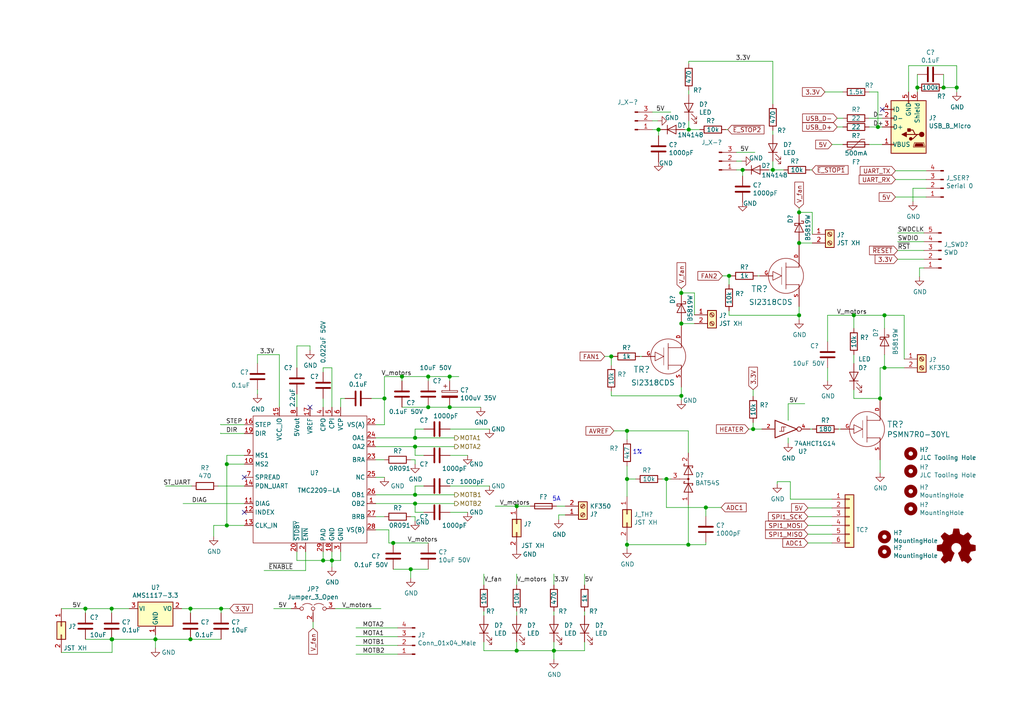
<source format=kicad_sch>
(kicad_sch (version 20210406) (generator eeschema)
  (paper "A4")
  (junction (at 24.765 176.53) (diameter 1.016))
  (junction (at 32.385 176.53) (diameter 1.016))
  (junction (at 32.385 185.42) (diameter 1.016))
  (junction (at 32.512 185.42) (diameter 1.016))
  (junction (at 45.085 185.42) (diameter 1.016))
  (junction (at 55.245 176.53) (diameter 1.016))
  (junction (at 55.245 185.42) (diameter 1.016))
  (junction (at 64.135 176.53) (diameter 1.016))
  (junction (at 65.786 134.62) (diameter 1.016))
  (junction (at 65.786 152.4) (diameter 1.016))
  (junction (at 93.726 162.56) (diameter 1.016))
  (junction (at 96.266 162.56) (diameter 1.016))
  (junction (at 111.506 115.57) (diameter 1.016))
  (junction (at 114.046 157.48) (diameter 1.016))
  (junction (at 116.586 109.22) (diameter 1.016))
  (junction (at 119.126 165.1) (diameter 1.016))
  (junction (at 120.396 127) (diameter 1.016))
  (junction (at 120.396 129.54) (diameter 1.016))
  (junction (at 120.396 143.51) (diameter 1.016))
  (junction (at 120.396 146.05) (diameter 1.016))
  (junction (at 124.206 109.22) (diameter 1.016))
  (junction (at 124.206 118.11) (diameter 1.016))
  (junction (at 130.429 109.22) (diameter 1.016))
  (junction (at 130.429 118.11) (diameter 1.016))
  (junction (at 149.86 146.812) (diameter 1.016))
  (junction (at 149.86 188.722) (diameter 1.016))
  (junction (at 160.655 188.722) (diameter 1.016))
  (junction (at 177.292 103.378) (diameter 1.016))
  (junction (at 181.864 124.968) (diameter 1.016))
  (junction (at 181.864 138.938) (diameter 1.016))
  (junction (at 181.864 157.988) (diameter 1.016))
  (junction (at 191.008 37.592) (diameter 1.016))
  (junction (at 193.294 138.938) (diameter 1.016))
  (junction (at 197.612 84.963) (diameter 1.016))
  (junction (at 197.612 93.853) (diameter 1.016))
  (junction (at 197.612 114.808) (diameter 1.016))
  (junction (at 199.644 157.988) (diameter 1.016))
  (junction (at 199.771 37.592) (diameter 1.016))
  (junction (at 204.724 147.193) (diameter 1.016))
  (junction (at 211.455 80.01) (diameter 1.016))
  (junction (at 215.392 49.276) (diameter 1.016))
  (junction (at 218.44 124.46) (diameter 1.016))
  (junction (at 224.155 49.276) (diameter 1.016))
  (junction (at 231.775 61.595) (diameter 1.016))
  (junction (at 231.775 70.485) (diameter 1.016))
  (junction (at 231.775 91.44) (diameter 1.016))
  (junction (at 247.65 91.44) (diameter 1.016))
  (junction (at 254.635 36.83) (diameter 1.016))
  (junction (at 255.27 115.57) (diameter 1.016))
  (junction (at 256.54 91.44) (diameter 1.016))
  (junction (at 256.54 106.68) (diameter 1.016))
  (junction (at 266.065 25.4) (diameter 1.016))
  (junction (at 273.685 25.4) (diameter 1.016))
  (junction (at 277.495 25.4) (diameter 1.016))
  (no_connect (at 70.866 138.43))
  (no_connect (at 70.866 148.59))
  (no_connect (at 89.916 118.11))
  (no_connect (at 255.905 31.75))
  (wire (pts (xy 17.78 176.53) (xy 24.765 176.53)))
  (wire (pts (xy 17.78 189.23) (xy 32.512 189.23)))
  (wire (pts (xy 24.765 177.8) (xy 24.765 176.53)))
  (wire (pts (xy 24.765 185.42) (xy 32.385 185.42)))
  (wire (pts (xy 32.385 176.53) (xy 24.765 176.53)))
  (wire (pts (xy 32.385 177.8) (xy 32.385 176.53)))
  (wire (pts (xy 32.385 185.42) (xy 32.512 185.42)))
  (wire (pts (xy 32.512 185.42) (xy 45.085 185.42)))
  (wire (pts (xy 32.512 189.23) (xy 32.512 185.42)))
  (wire (pts (xy 37.465 176.53) (xy 32.385 176.53)))
  (wire (pts (xy 45.085 185.42) (xy 45.085 184.15)))
  (wire (pts (xy 45.085 185.42) (xy 55.245 185.42)))
  (wire (pts (xy 45.085 187.96) (xy 45.085 185.42)))
  (wire (pts (xy 48.006 140.97) (xy 55.626 140.97)))
  (wire (pts (xy 52.705 176.53) (xy 55.245 176.53)))
  (wire (pts (xy 53.086 146.05) (xy 70.866 146.05)))
  (wire (pts (xy 55.245 176.53) (xy 64.135 176.53)))
  (wire (pts (xy 55.245 177.8) (xy 55.245 176.53)))
  (wire (pts (xy 55.245 185.42) (xy 64.135 185.42)))
  (wire (pts (xy 61.976 152.4) (xy 61.976 155.575)))
  (wire (pts (xy 61.976 152.4) (xy 65.786 152.4)))
  (wire (pts (xy 63.246 140.97) (xy 70.866 140.97)))
  (wire (pts (xy 63.9827 125.603) (xy 63.9827 125.73)))
  (wire (pts (xy 64.008 123.063) (xy 64.008 123.19)))
  (wire (pts (xy 64.135 177.8) (xy 64.135 176.53)))
  (wire (pts (xy 65.786 132.08) (xy 65.786 134.62)))
  (wire (pts (xy 65.786 134.62) (xy 65.786 152.4)))
  (wire (pts (xy 65.786 134.62) (xy 70.866 134.62)))
  (wire (pts (xy 65.786 152.4) (xy 70.866 152.4)))
  (wire (pts (xy 66.675 176.53) (xy 64.135 176.53)))
  (wire (pts (xy 70.866 123.19) (xy 64.008 123.19)))
  (wire (pts (xy 70.866 125.73) (xy 63.9827 125.73)))
  (wire (pts (xy 70.866 132.08) (xy 65.786 132.08)))
  (wire (pts (xy 74.676 102.87) (xy 81.026 102.87)))
  (wire (pts (xy 74.676 105.41) (xy 74.676 102.87)))
  (wire (pts (xy 74.676 113.03) (xy 74.676 114.3)))
  (wire (pts (xy 81.026 102.87) (xy 81.026 118.11)))
  (wire (pts (xy 84.455 176.53) (xy 79.375 176.53)))
  (wire (pts (xy 86.106 100.33) (xy 86.106 106.68)))
  (wire (pts (xy 86.106 114.3) (xy 86.106 118.11)))
  (wire (pts (xy 86.106 160.02) (xy 86.106 162.56)))
  (wire (pts (xy 86.106 162.56) (xy 93.726 162.56)))
  (wire (pts (xy 88.646 160.02) (xy 88.646 165.481)))
  (wire (pts (xy 88.646 165.481) (xy 76.581 165.481)))
  (wire (pts (xy 89.916 100.33) (xy 86.106 100.33)))
  (wire (pts (xy 89.916 101.6) (xy 89.916 100.33)))
  (wire (pts (xy 90.805 182.245) (xy 90.805 180.34)))
  (wire (pts (xy 93.726 106.68) (xy 93.726 107.95)))
  (wire (pts (xy 93.726 115.57) (xy 93.726 118.11)))
  (wire (pts (xy 93.726 162.56) (xy 93.726 160.02)))
  (wire (pts (xy 96.266 106.68) (xy 93.726 106.68)))
  (wire (pts (xy 96.266 118.11) (xy 96.266 106.68)))
  (wire (pts (xy 96.266 160.02) (xy 96.266 162.56)))
  (wire (pts (xy 96.266 162.56) (xy 93.726 162.56)))
  (wire (pts (xy 96.266 162.56) (xy 96.266 164.465)))
  (wire (pts (xy 97.155 176.53) (xy 110.49 176.53)))
  (wire (pts (xy 98.806 115.57) (xy 98.806 118.11)))
  (wire (pts (xy 98.806 160.02) (xy 98.806 162.56)))
  (wire (pts (xy 98.806 162.56) (xy 96.266 162.56)))
  (wire (pts (xy 100.076 115.57) (xy 98.806 115.57)))
  (wire (pts (xy 107.696 115.57) (xy 111.506 115.57)))
  (wire (pts (xy 108.966 127) (xy 120.396 127)))
  (wire (pts (xy 108.966 153.67) (xy 112.776 153.67)))
  (wire (pts (xy 111.506 109.22) (xy 111.506 115.57)))
  (wire (pts (xy 111.506 109.22) (xy 116.586 109.22)))
  (wire (pts (xy 111.506 115.57) (xy 111.506 123.19)))
  (wire (pts (xy 111.506 123.19) (xy 108.966 123.19)))
  (wire (pts (xy 111.506 133.35) (xy 108.966 133.35)))
  (wire (pts (xy 111.506 138.43) (xy 108.966 138.43)))
  (wire (pts (xy 111.506 149.86) (xy 108.966 149.86)))
  (wire (pts (xy 112.776 153.67) (xy 112.776 157.48)))
  (wire (pts (xy 112.776 157.48) (xy 114.046 157.48)))
  (wire (pts (xy 114.046 165.1) (xy 119.126 165.1)))
  (wire (pts (xy 115.316 182.118) (xy 103.251 182.118)))
  (wire (pts (xy 115.316 184.658) (xy 103.251 184.658)))
  (wire (pts (xy 115.316 187.198) (xy 103.251 187.198)))
  (wire (pts (xy 115.316 189.738) (xy 103.251 189.738)))
  (wire (pts (xy 116.586 109.22) (xy 124.206 109.22)))
  (wire (pts (xy 116.586 110.49) (xy 116.586 109.22)))
  (wire (pts (xy 119.126 165.1) (xy 119.126 167.64)))
  (wire (pts (xy 120.396 124.46) (xy 120.396 127)))
  (wire (pts (xy 120.396 127) (xy 131.826 127)))
  (wire (pts (xy 120.396 129.54) (xy 108.966 129.54)))
  (wire (pts (xy 120.396 132.08) (xy 120.396 129.54)))
  (wire (pts (xy 120.396 133.35) (xy 119.126 133.35)))
  (wire (pts (xy 120.396 134.62) (xy 120.396 133.35)))
  (wire (pts (xy 120.396 140.97) (xy 120.396 143.51)))
  (wire (pts (xy 120.396 143.51) (xy 108.966 143.51)))
  (wire (pts (xy 120.396 146.05) (xy 108.966 146.05)))
  (wire (pts (xy 120.396 148.59) (xy 120.396 146.05)))
  (wire (pts (xy 120.396 149.86) (xy 119.126 149.86)))
  (wire (pts (xy 120.396 151.13) (xy 120.396 149.86)))
  (wire (pts (xy 122.936 124.46) (xy 120.396 124.46)))
  (wire (pts (xy 122.936 132.08) (xy 120.396 132.08)))
  (wire (pts (xy 122.936 140.97) (xy 120.396 140.97)))
  (wire (pts (xy 122.936 148.59) (xy 120.396 148.59)))
  (wire (pts (xy 124.206 109.22) (xy 130.429 109.22)))
  (wire (pts (xy 124.206 110.49) (xy 124.206 109.22)))
  (wire (pts (xy 124.206 118.11) (xy 116.586 118.11)))
  (wire (pts (xy 124.206 118.11) (xy 130.429 118.11)))
  (wire (pts (xy 124.206 157.48) (xy 114.046 157.48)))
  (wire (pts (xy 124.206 165.1) (xy 119.126 165.1)))
  (wire (pts (xy 130.429 109.22) (xy 133.096 109.22)))
  (wire (pts (xy 130.429 110.49) (xy 130.429 109.22)))
  (wire (pts (xy 130.429 118.11) (xy 139.446 118.11)))
  (wire (pts (xy 131.826 129.54) (xy 120.396 129.54)))
  (wire (pts (xy 131.826 143.51) (xy 120.396 143.51)))
  (wire (pts (xy 131.826 146.05) (xy 120.396 146.05)))
  (wire (pts (xy 135.636 132.08) (xy 130.556 132.08)))
  (wire (pts (xy 135.636 148.59) (xy 130.556 148.59)))
  (wire (pts (xy 140.335 169.672) (xy 140.335 166.497)))
  (wire (pts (xy 140.335 177.292) (xy 140.335 178.562)))
  (wire (pts (xy 140.335 186.182) (xy 140.335 188.722)))
  (wire (pts (xy 140.335 188.722) (xy 149.86 188.722)))
  (wire (pts (xy 141.986 124.46) (xy 130.556 124.46)))
  (wire (pts (xy 141.986 140.97) (xy 130.556 140.97)))
  (wire (pts (xy 143.637 146.812) (xy 149.86 146.812)))
  (wire (pts (xy 149.86 146.812) (xy 153.797 146.812)))
  (wire (pts (xy 149.86 169.672) (xy 149.86 166.497)))
  (wire (pts (xy 149.86 177.292) (xy 149.86 178.562)))
  (wire (pts (xy 149.86 188.722) (xy 149.86 186.182)))
  (wire (pts (xy 149.86 188.722) (xy 160.655 188.722)))
  (wire (pts (xy 160.655 169.672) (xy 160.655 166.497)))
  (wire (pts (xy 160.655 177.292) (xy 160.655 178.562)))
  (wire (pts (xy 160.655 186.182) (xy 160.655 188.722)))
  (wire (pts (xy 160.655 188.722) (xy 160.655 191.262)))
  (wire (pts (xy 161.417 146.812) (xy 163.957 146.812)))
  (wire (pts (xy 162.052 149.352) (xy 162.052 150.622)))
  (wire (pts (xy 163.957 149.352) (xy 162.052 149.352)))
  (wire (pts (xy 169.545 169.672) (xy 169.545 166.497)))
  (wire (pts (xy 169.545 177.292) (xy 169.545 178.562)))
  (wire (pts (xy 169.545 188.722) (xy 160.655 188.722)))
  (wire (pts (xy 169.545 188.722) (xy 169.545 186.182)))
  (wire (pts (xy 175.387 103.378) (xy 177.292 103.378)))
  (wire (pts (xy 177.292 103.378) (xy 177.927 103.378)))
  (wire (pts (xy 177.292 105.918) (xy 177.292 103.378)))
  (wire (pts (xy 177.292 113.538) (xy 177.292 114.808)))
  (wire (pts (xy 177.292 114.808) (xy 197.612 114.808)))
  (wire (pts (xy 181.864 124.968) (xy 178.054 124.968)))
  (wire (pts (xy 181.864 127.508) (xy 181.864 124.968)))
  (wire (pts (xy 181.864 135.128) (xy 181.864 138.938)))
  (wire (pts (xy 181.864 138.938) (xy 181.864 144.018)))
  (wire (pts (xy 181.864 156.718) (xy 181.864 157.988)))
  (wire (pts (xy 181.864 157.988) (xy 181.864 159.258)))
  (wire (pts (xy 184.404 138.938) (xy 181.864 138.938)))
  (wire (pts (xy 186.182 103.378) (xy 185.547 103.378)))
  (wire (pts (xy 189.23 32.512) (xy 194.564 32.512)))
  (wire (pts (xy 189.23 35.052) (xy 190.754 35.052)))
  (wire (pts (xy 189.23 37.592) (xy 191.008 37.592)))
  (wire (pts (xy 191.008 37.592) (xy 191.008 39.37)))
  (wire (pts (xy 193.294 138.938) (xy 192.024 138.938)))
  (wire (pts (xy 193.294 147.193) (xy 193.294 138.938)))
  (wire (pts (xy 194.564 138.938) (xy 193.294 138.938)))
  (wire (pts (xy 197.612 83.693) (xy 197.612 84.963)))
  (wire (pts (xy 197.612 84.963) (xy 197.612 85.598)))
  (wire (pts (xy 197.612 93.218) (xy 197.612 93.853)))
  (wire (pts (xy 197.612 93.853) (xy 197.612 94.488)))
  (wire (pts (xy 197.612 112.268) (xy 197.612 114.808)))
  (wire (pts (xy 197.612 114.808) (xy 197.612 116.078)))
  (wire (pts (xy 198.628 37.592) (xy 199.771 37.592)))
  (wire (pts (xy 199.644 124.968) (xy 181.864 124.968)))
  (wire (pts (xy 199.644 131.318) (xy 199.644 124.968)))
  (wire (pts (xy 199.644 146.558) (xy 199.644 157.988)))
  (wire (pts (xy 199.644 157.988) (xy 181.864 157.988)))
  (wire (pts (xy 199.7667 17.78) (xy 224.1507 17.78)))
  (wire (pts (xy 199.7667 18.5403) (xy 199.7667 17.78)))
  (wire (pts (xy 199.7667 26.1603) (xy 199.7667 27.432)))
  (wire (pts (xy 199.7667 27.432) (xy 199.771 27.432)))
  (wire (pts (xy 199.771 35.052) (xy 199.771 37.592)))
  (wire (pts (xy 199.771 37.592) (xy 202.946 37.592)))
  (wire (pts (xy 201.422 84.963) (xy 197.612 84.963)))
  (wire (pts (xy 201.422 91.313) (xy 201.422 84.963)))
  (wire (pts (xy 201.422 93.853) (xy 197.612 93.853)))
  (wire (pts (xy 204.724 147.193) (xy 193.294 147.193)))
  (wire (pts (xy 204.724 147.193) (xy 209.169 147.193)))
  (wire (pts (xy 204.724 149.733) (xy 204.724 147.193)))
  (wire (pts (xy 204.724 157.353) (xy 204.724 157.988)))
  (wire (pts (xy 204.724 157.988) (xy 199.644 157.988)))
  (wire (pts (xy 209.55 80.01) (xy 211.455 80.01)))
  (wire (pts (xy 210.566 37.592) (xy 211.074 37.592)))
  (wire (pts (xy 211.455 80.01) (xy 212.09 80.01)))
  (wire (pts (xy 211.455 82.55) (xy 211.455 80.01)))
  (wire (pts (xy 211.455 90.17) (xy 211.455 91.44)))
  (wire (pts (xy 211.455 91.44) (xy 231.775 91.44)))
  (wire (pts (xy 213.614 44.196) (xy 218.948 44.196)))
  (wire (pts (xy 213.614 46.736) (xy 215.138 46.736)))
  (wire (pts (xy 213.614 49.276) (xy 215.392 49.276)))
  (wire (pts (xy 215.392 49.276) (xy 215.392 51.054)))
  (wire (pts (xy 217.17 124.46) (xy 218.44 124.46)))
  (wire (pts (xy 218.44 114.935) (xy 218.44 113.03)))
  (wire (pts (xy 218.44 122.555) (xy 218.44 124.46)))
  (wire (pts (xy 218.44 124.46) (xy 220.98 124.46)))
  (wire (pts (xy 220.345 80.01) (xy 219.71 80.01)))
  (wire (pts (xy 223.012 49.276) (xy 224.155 49.276)))
  (wire (pts (xy 224.1507 17.78) (xy 224.1507 30.2243)))
  (wire (pts (xy 224.1507 37.8443) (xy 224.1507 39.116)))
  (wire (pts (xy 224.1507 39.116) (xy 224.155 39.116)))
  (wire (pts (xy 224.155 46.736) (xy 224.155 49.276)))
  (wire (pts (xy 224.155 49.276) (xy 227.33 49.276)))
  (wire (pts (xy 225.425 139.7) (xy 225.425 140.335)))
  (wire (pts (xy 228.6 117.094) (xy 233.426 117.094)))
  (wire (pts (xy 228.6 121.92) (xy 228.6 117.094)))
  (wire (pts (xy 228.6 127) (xy 228.6 128.524)))
  (wire (pts (xy 229.235 139.7) (xy 225.425 139.7)))
  (wire (pts (xy 229.235 144.78) (xy 229.235 139.7)))
  (wire (pts (xy 229.235 144.78) (xy 241.3 144.78)))
  (wire (pts (xy 231.775 60.325) (xy 231.775 61.595)))
  (wire (pts (xy 231.775 61.595) (xy 231.775 62.23)))
  (wire (pts (xy 231.775 69.85) (xy 231.775 70.485)))
  (wire (pts (xy 231.775 70.485) (xy 231.775 71.12)))
  (wire (pts (xy 231.775 88.9) (xy 231.775 91.44)))
  (wire (pts (xy 231.775 91.44) (xy 231.775 92.71)))
  (wire (pts (xy 234.315 147.32) (xy 241.3 147.32)))
  (wire (pts (xy 234.315 149.86) (xy 241.3 149.86)))
  (wire (pts (xy 234.315 152.4) (xy 241.3 152.4)))
  (wire (pts (xy 234.315 154.94) (xy 241.3 154.94)))
  (wire (pts (xy 234.315 157.48) (xy 241.3 157.48)))
  (wire (pts (xy 234.95 49.276) (xy 235.458 49.276)))
  (wire (pts (xy 234.95 124.46) (xy 235.585 124.46)))
  (wire (pts (xy 235.585 61.595) (xy 231.775 61.595)))
  (wire (pts (xy 235.585 67.945) (xy 235.585 61.595)))
  (wire (pts (xy 235.585 70.485) (xy 231.775 70.485)))
  (wire (pts (xy 240.03 91.44) (xy 247.65 91.44)))
  (wire (pts (xy 240.03 99.06) (xy 240.03 91.44)))
  (wire (pts (xy 240.03 106.68) (xy 240.03 110.49)))
  (wire (pts (xy 241.3 41.91) (xy 244.475 41.91)))
  (wire (pts (xy 243.205 124.46) (xy 243.84 124.46)))
  (wire (pts (xy 244.475 26.67) (xy 239.268 26.67)))
  (wire (pts (xy 244.475 34.29) (xy 242.824 34.29)))
  (wire (pts (xy 244.475 36.83) (xy 242.824 36.83)))
  (wire (pts (xy 247.65 91.44) (xy 256.54 91.44)))
  (wire (pts (xy 247.65 95.25) (xy 247.65 91.44)))
  (wire (pts (xy 247.65 102.87) (xy 247.65 105.41)))
  (wire (pts (xy 247.65 113.03) (xy 247.65 115.57)))
  (wire (pts (xy 247.65 115.57) (xy 255.27 115.57)))
  (wire (pts (xy 252.095 26.67) (xy 254.635 26.67)))
  (wire (pts (xy 252.095 34.29) (xy 255.905 34.29)))
  (wire (pts (xy 252.095 36.83) (xy 254.635 36.83)))
  (wire (pts (xy 252.095 41.91) (xy 255.905 41.91)))
  (wire (pts (xy 254.635 26.67) (xy 254.635 36.83)))
  (wire (pts (xy 254.635 36.83) (xy 255.905 36.83)))
  (wire (pts (xy 255.27 115.57) (xy 255.27 106.68)))
  (wire (pts (xy 255.27 133.35) (xy 255.27 137.16)))
  (wire (pts (xy 256.54 91.44) (xy 262.255 91.44)))
  (wire (pts (xy 256.54 95.25) (xy 256.54 91.44)))
  (wire (pts (xy 256.54 102.87) (xy 256.54 106.68)))
  (wire (pts (xy 256.54 106.68) (xy 255.27 106.68)))
  (wire (pts (xy 256.54 106.68) (xy 262.255 106.68)))
  (wire (pts (xy 262.255 104.14) (xy 262.255 91.44)))
  (wire (pts (xy 263.525 19.05) (xy 277.495 19.05)))
  (wire (pts (xy 263.525 26.67) (xy 263.525 19.05)))
  (wire (pts (xy 264.795 54.61) (xy 264.795 58.42)))
  (wire (pts (xy 266.065 25.4) (xy 266.065 21.59)))
  (wire (pts (xy 266.065 26.67) (xy 266.065 25.4)))
  (wire (pts (xy 266.7 77.724) (xy 266.7 80.264)))
  (wire (pts (xy 267.97 67.564) (xy 260.35 67.564)))
  (wire (pts (xy 267.97 70.104) (xy 260.35 70.104)))
  (wire (pts (xy 267.97 72.644) (xy 260.35 72.644)))
  (wire (pts (xy 267.97 75.184) (xy 260.35 75.184)))
  (wire (pts (xy 267.97 77.724) (xy 266.7 77.724)))
  (wire (pts (xy 268.605 49.53) (xy 259.715 49.53)))
  (wire (pts (xy 268.605 52.07) (xy 259.715 52.07)))
  (wire (pts (xy 268.605 54.61) (xy 264.795 54.61)))
  (wire (pts (xy 268.605 57.15) (xy 259.715 57.15)))
  (wire (pts (xy 273.685 21.59) (xy 273.685 25.4)))
  (wire (pts (xy 273.685 25.4) (xy 277.495 25.4)))
  (wire (pts (xy 277.495 19.05) (xy 277.495 25.4)))
  (wire (pts (xy 277.495 25.4) (xy 277.495 26.67)))
  (text "5A" (at 160.147 145.542 0) (effects (font (size 1.27 1.27)) (justify left bottom)))
  (text "1%" (at 186.309 131.953 180) (effects (font (size 1.27 1.27)) (justify right bottom)))
  (label "5V" (at 20.955 176.53 0))
  (label "ST_UART" (at 55.3382 140.97 180))
  (label "DIAG" (at 55.626 146.05 0))
  (label "STEP" (at 65.5225 123.19 0))
  (label "DIR" (at 65.5554 125.73 0))
  (label "3.3V" (at 75.311 102.87 0))
  (label "~ENABLE" (at 77.851 165.481 0))
  (label "5V" (at 83.185 176.53 180))
  (label "MOTA2" (at 105.156 182.118 0))
  (label "MOTA1" (at 105.156 184.658 0))
  (label "MOTB1" (at 105.156 187.198 0))
  (label "MOTB2" (at 105.156 189.738 0))
  (label "V_motors" (at 107.95 176.53 180))
  (label "V_motors" (at 119.38 109.22 180))
  (label "V_motors" (at 126.9708 157.48 180))
  (label "V_fan" (at 140.335 169.037 0))
  (label "V_motors" (at 144.907 146.812 0))
  (label "V_motors" (at 149.86 169.037 0))
  (label "3.3V" (at 160.655 169.037 0))
  (label "5V" (at 169.545 169.037 0))
  (label "5V" (at 192.786 32.512 180))
  (label "5V" (at 217.17 44.196 180))
  (label "3.3V" (at 217.678 17.78 180))
  (label "5V" (at 231.394 117.094 180))
  (label "V_motors" (at 251.46 91.44 180))
  (label "D-" (at 253.238 34.29 0))
  (label "D+" (at 253.238 36.83 0))
  (label "SWDCLK" (at 260.35 67.564 0))
  (label "SWDIO" (at 260.35 70.104 0))
  (label "~RST" (at 260.35 72.644 0))
  (global_label "3.3V" (shape input) (at 66.675 176.53 0) (property "Intersheet References" "${INTERSHEET_REFS}" (effects hide)))
  (global_label "V_fan" (shape input) (at 90.805 182.245 270) (property "Intersheet References" "${INTERSHEET_REFS}" (effects hide)))
  (global_label "FAN1" (shape input) (at 175.387 103.378 180) (property "Intersheet References" "${INTERSHEET_REFS}" (effects hide)))
  (global_label "AVREF" (shape input) (at 178.054 124.968 180) (property "Intersheet References" "${INTERSHEET_REFS}" (effects hide)))
  (global_label "V_fan" (shape input) (at 197.612 83.693 90) (property "Intersheet References" "${INTERSHEET_REFS}" (effects hide)))
  (global_label "ADC1" (shape input) (at 209.169 147.193 0) (property "Intersheet References" "${INTERSHEET_REFS}" (effects hide)))
  (global_label "FAN2" (shape input) (at 209.55 80.01 180) (property "Intersheet References" "${INTERSHEET_REFS}" (effects hide)))
  (global_label "~E_STOP2" (shape input) (at 211.074 37.592 0) (property "Intersheet References" "${INTERSHEET_REFS}" (effects hide)))
  (global_label "HEATER" (shape input) (at 217.17 124.46 180) (property "Intersheet References" "${INTERSHEET_REFS}" (effects hide)))
  (global_label "3.3V" (shape input) (at 218.44 113.03 90) (property "Intersheet References" "${INTERSHEET_REFS}" (effects hide)))
  (global_label "V_fan" (shape input) (at 231.775 60.325 90) (property "Intersheet References" "${INTERSHEET_REFS}" (effects hide)))
  (global_label "5V" (shape input) (at 234.315 147.32 180) (property "Intersheet References" "${INTERSHEET_REFS}" (effects hide)))
  (global_label "SPI1_SCK" (shape input) (at 234.315 149.86 180) (property "Intersheet References" "${INTERSHEET_REFS}" (effects hide)))
  (global_label "SPI1_MOSI" (shape input) (at 234.315 152.4 180) (property "Intersheet References" "${INTERSHEET_REFS}" (effects hide)))
  (global_label "SPI1_MISO" (shape input) (at 234.315 154.94 180) (property "Intersheet References" "${INTERSHEET_REFS}" (effects hide)))
  (global_label "ADC1" (shape input) (at 234.315 157.48 180) (property "Intersheet References" "${INTERSHEET_REFS}" (effects hide)))
  (global_label "~E_STOP1" (shape input) (at 235.458 49.276 0) (property "Intersheet References" "${INTERSHEET_REFS}" (effects hide)))
  (global_label "3.3V" (shape input) (at 239.268 26.67 180) (property "Intersheet References" "${INTERSHEET_REFS}" (effects hide)))
  (global_label "5V" (shape input) (at 241.3 41.91 180) (property "Intersheet References" "${INTERSHEET_REFS}" (effects hide)))
  (global_label "USB_D-" (shape input) (at 242.824 34.29 180) (property "Intersheet References" "${INTERSHEET_REFS}" (effects hide)))
  (global_label "USB_D+" (shape input) (at 242.824 36.83 180) (property "Intersheet References" "${INTERSHEET_REFS}" (effects hide)))
  (global_label "UART_TX" (shape input) (at 259.715 49.53 180) (property "Intersheet References" "${INTERSHEET_REFS}" (effects hide)))
  (global_label "UART_RX" (shape input) (at 259.715 52.07 180) (property "Intersheet References" "${INTERSHEET_REFS}" (effects hide)))
  (global_label "5V" (shape input) (at 259.715 57.15 180) (property "Intersheet References" "${INTERSHEET_REFS}" (effects hide)))
  (global_label "~RESET" (shape input) (at 260.35 72.644 180) (property "Intersheet References" "${INTERSHEET_REFS}" (effects hide)))
  (global_label "3.3V" (shape input) (at 260.35 75.184 180) (property "Intersheet References" "${INTERSHEET_REFS}" (effects hide)))
  (hierarchical_label "MOTA1" (shape output) (at 131.826 127 0))
  (hierarchical_label "MOTA2" (shape output) (at 131.826 129.54 0))
  (hierarchical_label "MOTB1" (shape output) (at 131.826 143.51 0))
  (hierarchical_label "MOTB2" (shape output) (at 131.826 146.05 0))
  (symbol (lib_id "power:GND") (at 45.085 187.96 0) (unit 1)
    (property "Reference" "#PWR?" (effects hide))
    (property "Value" "GND" (at 48.895 189.23 0))
  )
  (symbol (lib_id "power:GND") (at 61.976 155.575 0) (unit 1)
    (property "Reference" "#PWR?" (effects hide))
    (property "Value" "GND" (at 62.103 159.9692 0))
  )
  (symbol (lib_id "power:GND") (at 74.676 114.3 0) (unit 1)
    (property "Reference" "#PWR?" (effects hide))
    (property "Value" "GND" (at 74.803 118.6942 0))
  )
  (symbol (lib_id "power:GND") (at 89.916 101.6 0) (unit 1)
    (property "Reference" "#PWR?" (effects hide))
    (property "Value" "GND" (at 90.043 105.9942 0))
  )
  (symbol (lib_id "power:GND") (at 96.266 164.465 0) (unit 1)
    (property "Reference" "#PWR?" (effects hide))
    (property "Value" "GND" (at 96.393 168.8592 0))
  )
  (symbol (lib_id "power:GND") (at 111.506 138.43 0) (unit 1)
    (property "Reference" "#PWR?" (effects hide))
    (property "Value" "GND" (at 115.316 140.97 0))
  )
  (symbol (lib_id "power:GND") (at 119.126 167.64 0) (unit 1)
    (property "Reference" "#PWR?" (effects hide))
    (property "Value" "GND" (at 119.253 172.0342 0))
  )
  (symbol (lib_id "power:GND") (at 120.396 134.62 0) (unit 1)
    (property "Reference" "#PWR?" (effects hide))
    (property "Value" "GND" (at 120.523 139.0142 0))
  )
  (symbol (lib_id "power:GND") (at 120.396 151.13 0) (unit 1)
    (property "Reference" "#PWR?" (effects hide))
    (property "Value" "GND" (at 122.555 151.4602 0))
  )
  (symbol (lib_id "power:GND") (at 135.636 132.08 0) (unit 1)
    (property "Reference" "#PWR?" (effects hide))
    (property "Value" "GND" (at 138.176 134.62 0))
  )
  (symbol (lib_id "power:GND") (at 135.636 148.59 0) (unit 1)
    (property "Reference" "#PWR?" (effects hide))
    (property "Value" "GND" (at 138.176 148.59 0))
  )
  (symbol (lib_id "power:GND") (at 139.446 118.11 0) (unit 1)
    (property "Reference" "#PWR?" (effects hide))
    (property "Value" "GND" (at 139.573 122.5042 0))
  )
  (symbol (lib_id "power:GND") (at 141.986 124.46 0) (unit 1)
    (property "Reference" "#PWR?" (effects hide))
    (property "Value" "GND" (at 144.526 124.46 0))
  )
  (symbol (lib_id "power:GND") (at 141.986 140.97 0) (unit 1)
    (property "Reference" "#PWR?" (effects hide))
    (property "Value" "GND" (at 144.526 140.97 0))
  )
  (symbol (lib_id "power:GND") (at 149.86 159.512 0) (unit 1)
    (property "Reference" "#PWR?" (effects hide))
    (property "Value" "GND" (at 153.67 160.782 0))
  )
  (symbol (lib_id "power:GND") (at 160.655 191.262 0) (unit 1)
    (property "Reference" "#PWR?" (effects hide))
    (property "Value" "GND" (at 160.782 195.6562 0))
  )
  (symbol (lib_id "power:GND") (at 162.052 150.622 0) (unit 1)
    (property "Reference" "#PWR?" (effects hide))
    (property "Value" "GND" (at 162.179 155.0162 0))
  )
  (symbol (lib_id "power:GND") (at 181.864 159.258 0) (unit 1)
    (property "Reference" "#PWR?" (effects hide))
    (property "Value" "GND" (at 181.991 163.6522 0))
  )
  (symbol (lib_id "power:GND") (at 190.754 35.052 90) (unit 1)
    (property "Reference" "#PWR?" (effects hide))
    (property "Value" "GND" (at 194.8942 34.163 90))
  )
  (symbol (lib_id "power:GND") (at 191.008 46.99 0) (unit 1)
    (property "Reference" "#PWR?" (effects hide))
    (property "Value" "GND" (at 193.167 47.3202 0))
  )
  (symbol (lib_id "power:GND") (at 197.612 116.078 0) (unit 1)
    (property "Reference" "#PWR?" (effects hide))
    (property "Value" "GND" (at 200.152 116.1542 0))
  )
  (symbol (lib_id "power:GND") (at 215.138 46.736 90) (unit 1)
    (property "Reference" "#PWR?" (effects hide))
    (property "Value" "GND" (at 219.2782 45.847 90))
  )
  (symbol (lib_id "power:GND") (at 215.392 58.674 0) (unit 1)
    (property "Reference" "#PWR?" (effects hide))
    (property "Value" "GND" (at 217.551 59.0042 0))
  )
  (symbol (lib_id "power:GND") (at 225.425 140.335 0) (unit 1)
    (property "Reference" "#PWR?" (effects hide))
    (property "Value" "GND" (at 225.552 144.7292 0))
  )
  (symbol (lib_id "power:GND") (at 228.6 128.524 0) (unit 1)
    (property "Reference" "#PWR?" (effects hide))
    (property "Value" "GND" (at 228.727 132.9182 0))
  )
  (symbol (lib_id "power:GND") (at 231.775 92.71 0) (unit 1)
    (property "Reference" "#PWR?" (effects hide))
    (property "Value" "GND" (at 231.902 97.1042 0))
  )
  (symbol (lib_id "power:GND") (at 240.03 110.49 0) (unit 1)
    (property "Reference" "#PWR?" (effects hide))
    (property "Value" "GND" (at 240.157 114.8842 0))
  )
  (symbol (lib_id "power:GND") (at 255.27 137.16 0) (unit 1)
    (property "Reference" "#PWR?" (effects hide))
    (property "Value" "GND" (at 255.397 141.5542 0))
  )
  (symbol (lib_id "power:GND") (at 264.795 58.42 0) (unit 1)
    (property "Reference" "#PWR?" (effects hide))
    (property "Value" "GND" (at 264.922 62.8142 0))
  )
  (symbol (lib_id "power:GND") (at 266.7 80.264 0) (unit 1)
    (property "Reference" "#PWR?" (effects hide))
    (property "Value" "GND" (at 266.827 84.6582 0))
  )
  (symbol (lib_id "power:GND") (at 277.495 26.67 0) (unit 1)
    (property "Reference" "#PWR?" (effects hide))
    (property "Value" "GND" (at 277.622 31.0642 0))
  )
  (symbol (lib_id "Mechanical:MountingHole") (at 256.54 155.702 0) (unit 1) (in_bom no)
    (property "Reference" "H?" (at 259.08 154.5336 0) (effects (justify left)))
    (property "Value" "MountingHole" (at 259.08 156.845 0) (effects (justify left)))
    (property "Footprint" "MountingHole:MountingHole_3.2mm_M3" (effects hide))
  )
  (symbol (lib_id "Mechanical:MountingHole") (at 256.54 160.02 0) (unit 1) (in_bom no)
    (property "Reference" "H?" (at 259.08 158.8516 0) (effects (justify left)))
    (property "Value" "MountingHole" (at 259.08 161.163 0) (effects (justify left)))
    (property "Footprint" "MountingHole:MountingHole_3.2mm_M3" (effects hide))
  )
  (symbol (lib_id "Mechanical:MountingHole") (at 264.16 131.572 0) (unit 1) (in_bom no)
    (property "Reference" "H?" (at 266.7 130.4036 0) (effects (justify left)))
    (property "Value" "JLC Tooling Hole" (at 266.7 132.715 0) (effects (justify left)))
    (property "Footprint" "PrntrBoardV2:JLC_Tool_hole" (effects hide))
  )
  (symbol (lib_id "Mechanical:MountingHole") (at 264.16 136.652 0) (unit 1) (in_bom no)
    (property "Reference" "H?" (at 266.7 135.4836 0) (effects (justify left)))
    (property "Value" "JLC Tooling Hole" (at 266.7 137.795 0) (effects (justify left)))
    (property "Footprint" "PrntrBoardV2:JLC_Tool_hole" (effects hide))
  )
  (symbol (lib_id "Mechanical:MountingHole") (at 264.16 142.494 0) (unit 1) (in_bom no)
    (property "Reference" "H?" (at 266.7 141.3256 0) (effects (justify left)))
    (property "Value" "MountingHole" (at 266.7 143.637 0) (effects (justify left)))
    (property "Footprint" "MountingHole:MountingHole_3.2mm_M3" (effects hide))
  )
  (symbol (lib_id "Mechanical:MountingHole") (at 264.16 147.574 0) (unit 1) (in_bom no)
    (property "Reference" "H?" (at 266.7 146.4056 0) (effects (justify left)))
    (property "Value" "MountingHole" (at 266.7 148.717 0) (effects (justify left)))
    (property "Footprint" "MountingHole:MountingHole_3.2mm_M3" (effects hide))
  )
  (symbol (lib_id "Device:Fuse") (at 157.607 146.812 270) (unit 1)
    (property "Reference" "F?" (at 157.607 144.145 90))
    (property "Value" "Fuse" (effects hide))
    (property "Footprint" "PrntrBoardV2:2410_FuseFolder" (effects hide))
  )
  (symbol (lib_id "Device:R") (at 59.436 140.97 270) (unit 1)
    (property "Reference" "R?" (at 59.436 135.7122 90))
    (property "Value" "470" (at 59.436 138.0236 90))
    (property "Footprint" "PrntrBoardV2:R_0603_1608Metric" (effects hide))
    (property "Part #" "0603WAF4700T5E" (effects hide))
    (property "LCSC Part #" "C23179" (effects hide))
  )
  (symbol (lib_id "Device:R") (at 115.316 133.35 270) (unit 1)
    (property "Reference" "R?" (at 114.046 130.81 90) (effects (justify left)))
    (property "Value" "0R091" (at 112.776 135.89 90) (effects (justify left)))
    (property "Footprint" "Resistor_SMD:R_1210_3225Metric" (effects hide))
    (property "LCSC Part #" "C247542" (effects hide))
    (property "Part #" "1206W3F910MT5E" (effects hide))
  )
  (symbol (lib_id "Device:R") (at 115.316 149.86 270) (unit 1)
    (property "Reference" "R?" (at 114.046 147.32 90) (effects (justify left)))
    (property "Value" "0R091" (at 112.776 152.4 90) (effects (justify left)))
    (property "Footprint" "Resistor_SMD:R_1210_3225Metric" (effects hide))
    (property "LCSC Part #" "C247542" (effects hide))
    (property "Part #" "1206W3F910MT5E" (effects hide))
  )
  (symbol (lib_id "Device:R") (at 140.335 173.482 0) (unit 1)
    (property "Reference" "R?" (at 140.97 177.292 0) (effects (justify left)))
    (property "Value" "10k" (at 140.335 175.387 90) (effects (justify left)))
    (property "Footprint" "PrntrBoardV2:R_0603_1608Metric" (effects hide))
    (property "Part #" "0603WAF1002T5E" (effects hide))
    (property "LCSC Part #" "C25804" (effects hide))
  )
  (symbol (lib_id "Device:R") (at 149.86 173.482 0) (unit 1)
    (property "Reference" "R?" (at 150.495 177.292 0) (effects (justify left)))
    (property "Value" "10k" (at 149.86 175.387 90) (effects (justify left)))
    (property "Footprint" "PrntrBoardV2:R_0603_1608Metric" (effects hide))
    (property "Part #" "0603WAF1002T5E" (effects hide))
    (property "LCSC Part #" "C25804" (effects hide))
  )
  (symbol (lib_id "Device:R") (at 160.655 173.482 0) (unit 1)
    (property "Reference" "R?" (at 161.925 177.292 0) (effects (justify left)))
    (property "Value" "470" (at 160.655 175.387 90) (effects (justify left)))
    (property "Footprint" "PrntrBoardV2:R_0603_1608Metric" (effects hide))
    (property "Part #" "0603WAF4700T5E" (effects hide))
    (property "LCSC Part #" "C23179" (effects hide))
  )
  (symbol (lib_id "Device:R") (at 169.545 173.482 0) (unit 1)
    (property "Reference" "R?" (at 170.815 177.292 0) (effects (justify left)))
    (property "Value" "1k" (at 169.545 174.752 90) (effects (justify left)))
    (property "Footprint" "PrntrBoardV2:R_0603_1608Metric" (effects hide))
    (property "Part #" "0603WAF1001T5E" (effects hide))
    (property "LCSC Part #" "C21190" (effects hide))
  )
  (symbol (lib_id "Device:R") (at 177.292 109.728 0) (unit 1)
    (property "Reference" "R?" (at 179.07 108.5596 0) (effects (justify left)))
    (property "Value" "10k" (at 177.292 111.633 90) (effects (justify left)))
    (property "Footprint" "PrntrBoardV2:R_0603_1608Metric" (effects hide))
    (property "Part #" "0603WAF1002T5E" (effects hide))
    (property "LCSC Part #" "C25804" (effects hide))
  )
  (symbol (lib_id "Device:R") (at 181.737 103.378 270) (unit 1)
    (property "Reference" "R?" (at 181.737 100.838 90))
    (property "Value" "1k" (at 181.737 103.378 90))
    (property "Footprint" "PrntrBoardV2:R_0603_1608Metric" (effects hide))
    (property "Part #" "0603WAF1001T5E" (effects hide))
    (property "LCSC Part #" "C21190" (effects hide))
  )
  (symbol (lib_id "Device:R") (at 181.864 131.318 0) (unit 1)
    (property "Reference" "R?" (at 176.784 130.048 0) (effects (justify left)))
    (property "Value" "4k7" (at 181.864 133.223 90) (effects (justify left)))
    (property "Footprint" "PrntrBoardV2:R_0603_1608Metric" (effects hide))
    (property "Part #" "0603WAF4701T5E" (effects hide))
    (property "LCSC Part #" "C23162" (effects hide))
  )
  (symbol (lib_id "Device:R") (at 188.214 138.938 270) (unit 1)
    (property "Reference" "R?" (at 187.579 136.398 90))
    (property "Value" "10k" (at 188.214 138.938 90))
    (property "Footprint" "PrntrBoardV2:R_0603_1608Metric" (effects hide))
    (property "Part #" "0603WAF1002T5E" (effects hide))
    (property "LCSC Part #" "C25804" (effects hide))
  )
  (symbol (lib_id "Device:R") (at 199.7667 22.3503 0) (unit 1)
    (property "Reference" "R?" (at 201.0367 26.1603 0) (effects (justify left)))
    (property "Value" "470" (at 199.7667 24.2553 90) (effects (justify left)))
    (property "Footprint" "PrntrBoardV2:R_0603_1608Metric" (effects hide))
    (property "Part #" "0603WAF4700T5E" (effects hide))
    (property "LCSC Part #" "C23179" (effects hide))
  )
  (symbol (lib_id "Device:R") (at 206.756 37.592 270) (unit 1)
    (property "Reference" "R?" (at 206.121 35.052 90))
    (property "Value" "10k" (at 206.756 37.592 90))
    (property "Footprint" "PrntrBoardV2:R_0603_1608Metric" (effects hide))
    (property "Part #" "0603WAF1002T5E" (effects hide))
    (property "LCSC Part #" "C25804" (effects hide))
  )
  (symbol (lib_id "Device:R") (at 211.455 86.36 0) (unit 1)
    (property "Reference" "R?" (at 213.233 85.1916 0) (effects (justify left)))
    (property "Value" "10k" (at 211.455 88.265 90) (effects (justify left)))
    (property "Footprint" "PrntrBoardV2:R_0603_1608Metric" (effects hide))
    (property "Part #" "0603WAF1002T5E" (effects hide))
    (property "LCSC Part #" "C25804" (effects hide))
  )
  (symbol (lib_id "Device:R") (at 215.9 80.01 270) (unit 1)
    (property "Reference" "R?" (at 215.9 77.47 90))
    (property "Value" "1k" (at 215.9 80.01 90))
    (property "Footprint" "PrntrBoardV2:R_0603_1608Metric" (effects hide))
    (property "Part #" "0603WAF1001T5E" (effects hide))
    (property "LCSC Part #" "C21190" (effects hide))
  )
  (symbol (lib_id "Device:R") (at 218.44 118.745 0) (unit 1)
    (property "Reference" "R?" (at 220.345 117.475 0) (effects (justify left)))
    (property "Value" "10k" (at 218.44 120.65 90) (effects (justify left)))
    (property "Footprint" "PrntrBoardV2:R_0603_1608Metric" (effects hide))
    (property "Part #" "0603WAF1002T5E" (effects hide))
    (property "LCSC Part #" "C25804" (effects hide))
  )
  (symbol (lib_id "Device:R") (at 224.1507 34.0343 0) (unit 1)
    (property "Reference" "R?" (at 225.4207 37.8443 0) (effects (justify left)))
    (property "Value" "470" (at 224.1507 35.9393 90) (effects (justify left)))
    (property "Footprint" "PrntrBoardV2:R_0603_1608Metric" (effects hide))
    (property "Part #" "0603WAF4700T5E" (effects hide))
    (property "LCSC Part #" "C23179" (effects hide))
  )
  (symbol (lib_id "Device:R") (at 231.14 49.276 270) (unit 1)
    (property "Reference" "R?" (at 230.505 46.736 90))
    (property "Value" "10k" (at 231.14 49.276 90))
    (property "Footprint" "PrntrBoardV2:R_0603_1608Metric" (effects hide))
    (property "Part #" "0603WAF1002T5E" (effects hide))
    (property "LCSC Part #" "C25804" (effects hide))
  )
  (symbol (lib_id "Device:R") (at 239.395 124.46 270) (unit 1)
    (property "Reference" "R?" (at 239.395 121.92 90))
    (property "Value" "180" (at 239.395 124.46 90))
    (property "Footprint" "PrntrBoardV2:R_0603_1608Metric" (effects hide))
    (property "Part #" "0603WAF1800T5E" (effects hide))
    (property "LCSC Part #" "C22828" (effects hide))
  )
  (symbol (lib_id "Device:R") (at 247.65 99.06 0) (unit 1)
    (property "Reference" "R?" (at 249.428 97.8916 0) (effects (justify left)))
    (property "Value" "10k" (at 247.65 100.965 90) (effects (justify left)))
    (property "Footprint" "PrntrBoardV2:R_0603_1608Metric" (effects hide))
    (property "Part #" "0603WAF1002T5E" (effects hide))
    (property "LCSC Part #" "C25804" (effects hide))
  )
  (symbol (lib_id "Device:R") (at 248.285 26.67 270) (unit 1)
    (property "Reference" "R?" (at 252.095 24.765 90))
    (property "Value" "1.5k" (at 248.285 26.67 90))
    (property "Footprint" "PrntrBoardV2:R_0603_1608Metric" (effects hide))
    (property "Part #" "0603WAF1501T5E" (effects hide))
    (property "LCSC Part #" "C22843" (effects hide))
  )
  (symbol (lib_id "Device:R") (at 248.285 34.29 270) (unit 1)
    (property "Reference" "R?" (at 248.285 31.75 90))
    (property "Value" "22" (at 248.285 34.29 90))
    (property "Footprint" "PrntrBoardV2:R_0603_1608Metric" (effects hide))
    (property "Part #" "0603WAF220JT5E" (effects hide))
    (property "LCSC Part #" "C23345" (effects hide))
  )
  (symbol (lib_id "Device:R") (at 248.285 36.83 270) (unit 1)
    (property "Reference" "R?" (at 248.285 39.37 90))
    (property "Value" "22" (at 248.285 36.83 90))
    (property "Footprint" "PrntrBoardV2:R_0603_1608Metric" (effects hide))
    (property "Part #" "0603WAF220JT5E" (effects hide))
    (property "LCSC Part #" "C23345" (effects hide))
  )
  (symbol (lib_id "Device:R") (at 269.875 25.4 270) (unit 1)
    (property "Reference" "R?" (at 273.05 27.94 90))
    (property "Value" "100k" (at 269.875 25.4 90))
    (property "Footprint" "PrntrBoardV2:R_0603_1608Metric" (effects hide))
    (property "Part #" "0603WAF1003T5E" (effects hide))
    (property "LCSC Part #" "C25803" (effects hide))
  )
  (symbol (lib_id "Device:D") (at 194.818 37.592 0) (unit 1)
    (property "Reference" "D?" (at 196.4436 36.3474 0) (effects (justify left)))
    (property "Value" "1N4148" (at 196.469 39.1414 0) (effects (justify left)))
    (property "Footprint" "Diode_SMD:D_SOD-323_HandSoldering" (effects hide))
    (property "Part #" "1N4148WS" (effects hide))
    (property "LCSC Part #" "C2128" (effects hide))
  )
  (symbol (lib_id "Device:D_Schottky") (at 197.612 89.408 270) (unit 1)
    (property "Reference" "D?" (at 195.072 86.868 0))
    (property "Value" "B5819W" (at 200.152 89.408 0))
    (property "Footprint" "Diode_SMD:D_SOD-123" (effects hide))
    (property "Part #" "B5819W" (effects hide))
    (property "LCSC Part #" " C8598" (effects hide))
  )
  (symbol (lib_id "Device:D") (at 219.202 49.276 0) (unit 1)
    (property "Reference" "D?" (at 220.8276 48.0314 0) (effects (justify left)))
    (property "Value" "1N4148" (at 220.853 50.8254 0) (effects (justify left)))
    (property "Footprint" "Diode_SMD:D_SOD-323_HandSoldering" (effects hide))
    (property "Part #" "1N4148WS" (effects hide))
    (property "LCSC Part #" "C2128" (effects hide))
  )
  (symbol (lib_id "Device:D_Schottky") (at 231.775 66.04 270) (unit 1)
    (property "Reference" "D?" (at 229.235 63.5 0))
    (property "Value" "B5819W" (at 234.315 66.04 0))
    (property "Footprint" "Diode_SMD:D_SOD-123" (effects hide))
    (property "Part #" "B5819W" (effects hide))
    (property "LCSC Part #" " C8598" (effects hide))
  )
  (symbol (lib_id "Device:D_Schottky") (at 256.54 99.06 270) (unit 1)
    (property "Reference" "D?" (at 254 96.52 0))
    (property "Value" "B5819W" (at 259.715 99.06 0))
    (property "Footprint" "Diode_SMD:D_SOD-123" (effects hide))
    (property "Part #" "B5819W" (effects hide))
    (property "LCSC Part #" " C8598" (effects hide))
  )
  (symbol (lib_id "Device:Polyfuse") (at 248.285 41.91 270) (unit 1)
    (property "Reference" "F?" (at 248.285 46.99 90))
    (property "Value" "500mA" (at 248.285 44.45 90))
    (property "Footprint" "PrntrBoardV2:R_0603_1608Metric" (effects hide))
    (property "Part #" "TLC-FSMD050" (effects hide))
    (property "LCSC Part #" "C261937" (effects hide))
  )
  (symbol (lib_id "Connector:Conn_01x03_Male") (at 184.15 35.052 0) (mirror x) (unit 1)
    (property "Reference" "J_X-?" (at 182.0418 29.6164 0))
    (property "Value" "JST XH 3p" (effects hide))
    (property "Footprint" "Connector_JST:JST_XH_B3B-XH-A_1x03_P2.50mm_Vertical" (effects hide))
  )
  (symbol (lib_id "Connector:Conn_01x03_Male") (at 208.534 46.736 0) (mirror x) (unit 1)
    (property "Reference" "J_X-?" (at 206.4258 41.3004 0))
    (property "Value" "JST XH 3p" (effects hide))
    (property "Footprint" "Connector_JST:JST_XH_B3B-XH-A_1x03_P2.50mm_Vertical" (effects hide))
  )
  (symbol (lib_id "Device:LED") (at 140.335 182.372 90) (unit 1)
    (property "Reference" "D?" (at 143.3322 181.3814 90) (effects (justify right)))
    (property "Value" "LED" (at 143.3322 183.6928 90) (effects (justify right)))
    (property "Footprint" "PrntrBoardV2:LED_0603_1608Metric" (effects hide))
    (property "Part #" "KT-0603R" (effects hide))
    (property "LCSC Part #" "C2286" (effects hide))
  )
  (symbol (lib_id "Device:LED") (at 149.86 182.372 90) (unit 1)
    (property "Reference" "D?" (at 152.8572 181.3814 90) (effects (justify right)))
    (property "Value" "LED" (at 152.8572 183.6928 90) (effects (justify right)))
    (property "Footprint" "PrntrBoardV2:LED_0603_1608Metric" (effects hide))
    (property "Part #" "KT-0603R" (effects hide))
    (property "LCSC Part #" "C2286" (effects hide))
  )
  (symbol (lib_id "Device:LED") (at 160.655 182.372 90) (unit 1)
    (property "Reference" "D?" (at 163.6268 181.3814 90) (effects (justify right)))
    (property "Value" "LED" (at 163.6268 183.6928 90) (effects (justify right)))
    (property "Footprint" "PrntrBoardV2:LED_0603_1608Metric" (effects hide))
    (property "Part #" "KT-0603R" (effects hide))
    (property "LCSC Part #" "C2286" (effects hide))
  )
  (symbol (lib_id "Device:LED") (at 169.545 182.372 90) (unit 1)
    (property "Reference" "D?" (at 172.5422 181.3814 90) (effects (justify right)))
    (property "Value" "LED" (at 172.5422 183.6928 90) (effects (justify right)))
    (property "Footprint" "PrntrBoardV2:LED_0603_1608Metric" (effects hide))
    (property "Part #" "KT-0603R" (effects hide))
    (property "LCSC Part #" "C2286" (effects hide))
  )
  (symbol (lib_id "Device:LED") (at 199.771 31.242 90) (unit 1)
    (property "Reference" "D?" (at 202.7428 30.2768 90) (effects (justify right)))
    (property "Value" "LED" (at 202.7428 32.5882 90) (effects (justify right)))
    (property "Footprint" "PrntrBoardV2:LED_0603_1608Metric" (effects hide))
    (property "Part #" "KT-0603R" (effects hide))
    (property "LCSC Part #" "C2286" (effects hide))
  )
  (symbol (lib_id "Device:LED") (at 224.155 42.926 90) (unit 1)
    (property "Reference" "D?" (at 227.1268 41.9608 90) (effects (justify right)))
    (property "Value" "LED" (at 227.1268 44.2722 90) (effects (justify right)))
    (property "Footprint" "PrntrBoardV2:LED_0603_1608Metric" (effects hide))
    (property "Part #" "KT-0603R" (effects hide))
    (property "LCSC Part #" "C2286" (effects hide))
  )
  (symbol (lib_id "Device:LED") (at 247.65 109.22 90) (unit 1)
    (property "Reference" "D?" (at 248.92 106.68 90) (effects (justify right)))
    (property "Value" "LED" (at 248.92 104.14 90) (effects (justify right)))
    (property "Footprint" "PrntrBoardV2:LED_0603_1608Metric" (effects hide))
    (property "Part #" "KT-0603R" (effects hide))
    (property "LCSC Part #" "C2286" (effects hide))
  )
  (symbol (lib_id "Connector:Screw_Terminal_01x02") (at 169.037 149.352 0) (mirror x) (unit 1)
    (property "Reference" "J?" (at 171.069 149.1488 0) (effects (justify left)))
    (property "Value" "KF350" (at 171.069 146.8374 0) (effects (justify left)))
    (property "Footprint" "PrntrBoardV2:TerminalBlock_Phoenix_PT-1,5-2-3.5-H_1x02_P3.50mm_Horizontal" (effects hide))
  )
  (symbol (lib_id "Connector:Screw_Terminal_01x02") (at 206.502 91.313 0) (unit 1)
    (property "Reference" "J?" (at 208.534 91.5162 0) (effects (justify left)))
    (property "Value" "JST XH" (at 208.534 93.8276 0) (effects (justify left)))
    (property "Footprint" "Connector_JST:JST_XH_B2B-XH-A_1x02_P2.50mm_Vertical" (effects hide))
  )
  (symbol (lib_id "Connector:Screw_Terminal_01x02") (at 240.665 67.945 0) (unit 1)
    (property "Reference" "J?" (at 242.697 68.1482 0) (effects (justify left)))
    (property "Value" "JST XH" (at 242.697 70.4596 0) (effects (justify left)))
    (property "Footprint" "Connector_JST:JST_XH_B2B-XH-A_1x02_P2.50mm_Vertical" (effects hide))
  )
  (symbol (lib_id "Connector:Screw_Terminal_01x02") (at 267.335 104.14 0) (unit 1)
    (property "Reference" "J?" (at 269.367 104.3432 0) (effects (justify left)))
    (property "Value" "KF350" (at 269.367 106.6546 0) (effects (justify left)))
    (property "Footprint" "PrntrBoardV2:TerminalBlock_Phoenix_PT-1,5-2-3.5-H_1x02_P3.50mm_Horizontal" (effects hide))
  )
  (symbol (lib_id "Connector_Generic:Conn_02x01") (at 17.78 181.61 270) (unit 1)
    (property "Reference" "J?" (at 19.812 181.7116 90) (effects (justify left)))
    (property "Value" "JST XH" (at 18.415 187.96 90) (effects (justify left)))
    (property "Footprint" "Connector_JST:JST_XH_B2B-XH-A_1x02_P2.50mm_Vertical" (effects hide))
  )
  (symbol (lib_id "Connector_Generic:Conn_02x01") (at 149.86 151.892 270) (unit 1)
    (property "Reference" "J?" (at 151.892 151.9936 90) (effects (justify left)))
    (property "Value" "JST XH" (at 151.13 158.242 90) (effects (justify left)))
    (property "Footprint" "Connector_JST:JST_XH_B2B-XH-A_1x02_P2.50mm_Vertical" (effects hide))
  )
  (symbol (lib_id "Connector_Generic:Conn_02x01") (at 181.864 149.098 270) (unit 1)
    (property "Reference" "J_TH?" (at 183.896 149.1996 90) (effects (justify left)))
    (property "Value" "JST XH" (at 183.896 151.511 90) (effects (justify left)))
    (property "Footprint" "Connector_JST:JST_XH_B2B-XH-A_1x02_P2.50mm_Vertical" (effects hide))
  )
  (symbol (lib_id "Device:C") (at 24.765 181.61 0) (unit 1)
    (property "Reference" "C?" (at 26.035 179.07 0) (effects (justify left)))
    (property "Value" "10uF" (at 26.035 184.15 0) (effects (justify left)))
    (property "Footprint" "PrntrBoardV2:C_0603_1608Metric" (effects hide))
    (property "Part #" "CL10A106KP8NNNC" (effects hide))
    (property "LCSC Part #" "C19702" (effects hide))
  )
  (symbol (lib_id "Device:C") (at 32.385 181.61 0) (unit 1)
    (property "Reference" "C?" (at 35.306 180.4416 0) (effects (justify left)))
    (property "Value" "0.1uF" (at 35.306 182.753 0) (effects (justify left)))
    (property "Footprint" "PrntrBoardV2:C_0603_1608Metric" (effects hide))
    (property "Part #" "CC0603KRX7R9BB104" (effects hide))
    (property "LCSC Part #" "C14663" (effects hide))
  )
  (symbol (lib_id "Device:C") (at 55.245 181.61 0) (unit 1)
    (property "Reference" "C?" (at 58.166 180.4416 0) (effects (justify left)))
    (property "Value" "0.1uF" (at 56.515 184.15 0) (effects (justify left)))
    (property "Footprint" "PrntrBoardV2:C_0603_1608Metric" (effects hide))
    (property "Part #" "CC0603KRX7R9BB104" (effects hide))
    (property "LCSC Part #" "C14663" (effects hide))
  )
  (symbol (lib_id "Device:C") (at 64.135 181.61 0) (unit 1)
    (property "Reference" "C?" (at 67.056 180.4416 0) (effects (justify left)))
    (property "Value" "10uF" (at 67.056 182.753 0) (effects (justify left)))
    (property "Footprint" "PrntrBoardV2:C_0603_1608Metric" (effects hide))
    (property "Part #" "CL10A106KP8NNNC" (effects hide))
    (property "LCSC Part #" "C19702" (effects hide))
  )
  (symbol (lib_id "Device:C") (at 74.676 109.22 0) (unit 1)
    (property "Reference" "C?" (at 69.596 107.95 0) (effects (justify left)))
    (property "Value" "0.1uF" (at 67.056 111.76 0) (effects (justify left)))
    (property "Footprint" "PrntrBoardV2:C_0603_1608Metric" (effects hide))
    (property "Part #" "CC0603KRX7R9BB104" (effects hide))
    (property "LCSC Part #" "C14663" (effects hide))
  )
  (symbol (lib_id "Device:C") (at 86.106 110.49 0) (unit 1)
    (property "Reference" "C?" (at 82.296 106.68 0) (effects (justify left)))
    (property "Value" "2.2uF" (at 84.836 118.11 90) (effects (justify left)))
    (property "Footprint" "PrntrBoardV2:C_0603_1608Metric" (effects hide))
    (property "LCSC Part #" " C23630" (effects hide))
    (property "Part #" "CL10A225KO8NNNC" (effects hide))
  )
  (symbol (lib_id "Device:C") (at 93.726 111.76 0) (unit 1)
    (property "Reference" "C?" (at 89.916 109.22 0) (effects (justify left)))
    (property "Value" "0.022uF 50V" (at 93.726 105.41 90) (effects (justify left)))
    (property "Footprint" "PrntrBoardV2:C_0603_1608Metric" (effects hide))
    (property "LCSC Part #" "C21122" (effects hide))
    (property "Part #" "CL10B223KB8NNNC" (effects hide))
  )
  (symbol (lib_id "Device:C") (at 103.886 115.57 270) (unit 1)
    (property "Reference" "C?" (at 103.886 109.1692 90))
    (property "Value" "0.1uF" (at 103.886 111.4806 90))
    (property "Footprint" "PrntrBoardV2:C_0603_1608Metric" (effects hide))
    (property "Part #" "CC0603KRX7R9BB104" (effects hide))
    (property "LCSC Part #" "C14663" (effects hide))
  )
  (symbol (lib_id "Device:C") (at 114.046 161.29 0) (unit 1)
    (property "Reference" "C?" (at 107.696 161.29 0) (effects (justify left)))
    (property "Value" "0.1uF 50V" (at 102.616 163.83 0) (effects (justify left)))
    (property "Footprint" "PrntrBoardV2:C_0402_1005Metric" (effects hide))
    (property "Part #" "CL05B104KO5NNNC" (effects hide))
    (property "LCSC Part #" "C1525" (effects hide))
  )
  (symbol (lib_id "Device:C") (at 116.586 114.3 0) (unit 1)
    (property "Reference" "C?" (at 117.856 116.84 0) (effects (justify left)))
    (property "Value" "0.1uF 50V" (at 112.776 119.38 0) (effects (justify left)))
    (property "Footprint" "PrntrBoardV2:C_0402_1005Metric" (effects hide))
    (property "Part #" "CL05B104KO5NNNC" (effects hide))
    (property "LCSC Part #" "C1525" (effects hide))
  )
  (symbol (lib_id "Device:C") (at 124.206 114.3 0) (unit 1)
    (property "Reference" "C?" (at 125.476 110.49 0) (effects (justify left)))
    (property "Value" "10uF 50V" (at 121.666 106.68 0) (effects (justify left)))
    (property "Footprint" "PrntrBoardV2:C_1206_3216Metric" (effects hide))
    (property "Part #" "CL31A106KBHNNNE" (effects hide))
    (property "LCSC Part #" "C13585" (effects hide))
  )
  (symbol (lib_id "Device:C") (at 124.206 161.29 0) (unit 1)
    (property "Reference" "C?" (at 127.127 160.1216 0) (effects (justify left)))
    (property "Value" "10uF 50V" (at 127.127 162.433 0) (effects (justify left)))
    (property "Footprint" "PrntrBoardV2:C_1206_3216Metric" (effects hide))
    (property "Part #" "CL31A106KBHNNNE" (effects hide))
    (property "LCSC Part #" "C13585" (effects hide))
  )
  (symbol (lib_id "Device:C") (at 126.746 124.46 270) (unit 1)
    (property "Reference" "C?" (at 122.936 121.92 90))
    (property "Value" "1000pF" (at 129.286 120.65 90))
    (property "Footprint" "PrntrBoardV2:C_0603_1608Metric" (effects hide))
    (property "Part #" "CL10B102KB8NNNC" (effects hide))
    (property "LCSC Part #" "C1588" (effects hide))
  )
  (symbol (lib_id "Device:C") (at 126.746 132.08 270) (unit 1)
    (property "Reference" "C?" (at 122.936 134.62 90))
    (property "Value" "1000pF" (at 131.826 135.89 90))
    (property "Footprint" "PrntrBoardV2:C_0603_1608Metric" (effects hide))
    (property "Part #" "CL10B102KB8NNNC" (effects hide))
    (property "LCSC Part #" "C1588" (effects hide))
  )
  (symbol (lib_id "Device:C") (at 126.746 140.97 270) (unit 1)
    (property "Reference" "C?" (at 130.556 139.7 90))
    (property "Value" "1000pF" (at 136.906 139.7 90))
    (property "Footprint" "PrntrBoardV2:C_0603_1608Metric" (effects hide))
    (property "Part #" "CL10B102KB8NNNC" (effects hide))
    (property "LCSC Part #" "C1588" (effects hide))
  )
  (symbol (lib_id "Device:C") (at 126.746 148.59 270) (unit 1)
    (property "Reference" "C?" (at 122.936 149.86 90))
    (property "Value" "1000pF" (at 131.826 152.4 90))
    (property "Footprint" "PrntrBoardV2:C_0603_1608Metric" (effects hide))
    (property "Part #" "CL10B102KB8NNNC" (effects hide))
    (property "LCSC Part #" "C1588" (effects hide))
  )
  (symbol (lib_id "Device:CP") (at 130.429 114.3 0) (unit 1)
    (property "Reference" "C?" (at 133.4262 113.1316 0) (effects (justify left)))
    (property "Value" "100uV 35V" (at 133.4262 115.443 0) (effects (justify left)))
    (property "Footprint" "Capacitor_SMD:CP_Elec_6.3x7.7" (effects hide))
    (property "Part #" "VE-101M1VTR-0607" (effects hide))
    (property "LCSC Part #" "C171732" (effects hide))
  )
  (symbol (lib_id "Device:C") (at 191.008 43.18 0) (unit 1)
    (property "Reference" "C?" (at 193.929 42.0116 0) (effects (justify left)))
    (property "Value" "1000pF" (at 193.929 44.323 0) (effects (justify left)))
    (property "Footprint" "PrntrBoardV2:C_0603_1608Metric" (effects hide))
    (property "Part #" "CL10B102KB8NNNC" (effects hide))
    (property "LCSC Part #" "C1588" (effects hide))
  )
  (symbol (lib_id "Device:C") (at 204.724 153.543 0) (unit 1)
    (property "Reference" "C?" (at 207.645 152.3746 0) (effects (justify left)))
    (property "Value" "1000pF" (at 207.645 154.686 0) (effects (justify left)))
    (property "Footprint" "PrntrBoardV2:C_0603_1608Metric" (effects hide))
    (property "Part #" "CL10B102KB8NNNC" (effects hide))
    (property "LCSC Part #" "C1588" (effects hide))
  )
  (symbol (lib_id "Device:C") (at 215.392 54.864 0) (unit 1)
    (property "Reference" "C?" (at 218.313 53.6956 0) (effects (justify left)))
    (property "Value" "1000pF" (at 218.313 56.007 0) (effects (justify left)))
    (property "Footprint" "PrntrBoardV2:C_0603_1608Metric" (effects hide))
    (property "Part #" "CL10B102KB8NNNC" (effects hide))
    (property "LCSC Part #" "C1588" (effects hide))
  )
  (symbol (lib_id "Device:C") (at 240.03 102.87 0) (unit 1)
    (property "Reference" "C?" (at 234.95 100.33 0) (effects (justify left)))
    (property "Value" "10uF 50V" (at 229.87 105.41 0) (effects (justify left)))
    (property "Footprint" "PrntrBoardV2:C_1206_3216Metric" (effects hide))
    (property "Part #" "CL31A106KBHNNNE" (effects hide))
    (property "LCSC Part #" "C13585" (effects hide))
  )
  (symbol (lib_id "Device:C") (at 269.875 21.59 270) (unit 1)
    (property "Reference" "C?" (at 269.875 15.1892 90))
    (property "Value" "0.1uF" (at 269.875 17.5006 90))
    (property "Footprint" "PrntrBoardV2:C_0603_1608Metric" (effects hide))
    (property "Part #" "CC0603KRX7R9BB104" (effects hide))
    (property "LCSC Part #" "C14663" (effects hide))
  )
  (symbol (lib_id "Connector:Conn_01x04_Male") (at 120.396 187.198 180) (unit 1)
    (property "Reference" "J?" (at 121.1072 184.2008 0) (effects (justify right)))
    (property "Value" "Conn_01x04_Male" (at 121.1072 186.5122 0) (effects (justify right)))
    (property "Footprint" "PrntrBoardV2:Molex-SL-4POS" (effects hide))
  )
  (symbol (lib_id "Connector:Conn_01x04_Male") (at 273.685 54.61 180) (unit 1)
    (property "Reference" "J_SER?" (at 274.3962 51.6128 0) (effects (justify right)))
    (property "Value" "Serial 0" (at 274.3962 53.9242 0) (effects (justify right)))
    (property "Footprint" "Connector_PinHeader_2.54mm:PinHeader_1x04_P2.54mm_Vertical" (effects hide))
    (property "LCSC Part #" "C358686" (effects hide))
  )
  (symbol (lib_id "Connector:Conn_01x05_Male") (at 273.05 72.644 180) (unit 1)
    (property "Reference" "J_SWD?" (at 273.7612 70.9168 0) (effects (justify right)))
    (property "Value" "SWD" (at 273.7612 73.2282 0) (effects (justify right)))
    (property "Footprint" "Connector_PinHeader_2.54mm:PinHeader_1x05_P2.54mm_Vertical" (effects hide))
  )
  (symbol (lib_id "Jumper:Jumper_3_Open") (at 90.805 176.53 0) (unit 1)
    (property "Reference" "JP?" (at 90.805 170.8404 0))
    (property "Value" "Jumper_3_Open" (at 90.805 173.1518 0))
    (property "Footprint" "Connector_PinHeader_2.54mm:PinHeader_1x03_P2.54mm_Vertical" (effects hide))
    (property "LCSC Part #" "C152153" (effects hide))
  )
  (symbol (lib_id "Logic_74xgxx:74AHCT1G14") (at 228.6 124.46 0) (unit 1)
    (property "Reference" "U?" (at 232.791 130.9328 0))
    (property "Value" "74AHCT1G14" (at 236.347 128.6595 0))
    (property "Footprint" "Package_TO_SOT_SMD:SOT-23-5" (effects hide))
    (property "Datasheet" "http://www.ti.com/lit/sg/scyt129e/scyt129e.pdf" (effects hide))
    (property "Part #" "SN74AHCT1G14DCKR" (effects hide))
    (property "LCSC Part#" "C7486" (effects hide))
  )
  (symbol (lib_id "Connector_Generic:Conn_01x06") (at 246.38 149.86 0) (unit 1)
    (property "Reference" "TC?" (at 248.285 153.67 0) (effects (justify left)))
    (property "Value" "TC" (effects hide))
    (property "Footprint" "kicad-molex-sl-footprints:Molex-SL-6POS" (effects hide))
  )
  (symbol (lib_id "Device:D_Schottky_x2_Serial_AKC") (at 199.644 138.938 270) (mirror x) (unit 1)
    (property "Reference" "D?" (at 201.6252 137.7696 90) (effects (justify left)))
    (property "Value" "BAT54S" (at 201.6252 140.081 90) (effects (justify left)))
    (property "Footprint" "Package_TO_SOT_SMD:SOT-23" (effects hide))
    (property "Part #" "BAT54S" (effects hide))
    (property "LCSC Part #" "C181201" (effects hide))
  )
  (symbol (lib_id "Graphic:Logo_Open_Hardware_Small") (at 277.368 159.004 0) (unit 1) (in_bom no)
    (property "Reference" "LOGO?" (effects hide))
    (property "Value" "Logo_Open_Hardware_Small" (effects hide))
    (property "Footprint" "Symbol:OSHW-Logo2_9.8x8mm_SilkScreen" (effects hide))
  )
  (symbol (lib_id "Regulator_Linear:AMS1117-3.3") (at 45.085 176.53 0) (unit 1)
    (property "Reference" "U?" (at 45.085 170.3832 0))
    (property "Value" "AMS1117-3.3" (at 45.085 172.6946 0))
    (property "Footprint" "Package_TO_SOT_SMD:SOT-223-3_TabPin2" (effects hide))
    (property "Datasheet" "http://www.advanced-monolithic.com/pdf/ds1117.pdf" (effects hide))
    (property "Part #" "AMS1117-3.3" (effects hide))
    (property "LCSC Part #" "C6186" (effects hide))
  )
  (symbol (lib_id "Connector:USB_B_Micro") (at 263.525 36.83 180) (unit 1)
    (property "Reference" "J?" (at 269.367 34.2138 0) (effects (justify right)))
    (property "Value" "USB_B_Micro" (at 269.367 36.5252 0) (effects (justify right)))
    (property "Footprint" "PrntrBoardV2:MC-101C" (effects hide))
    (property "Part #" "SOFNG MC-101C" (effects hide))
    (property "LCSC Part #" "C183609" (effects hide))
  )
  (symbol (lib_id "bsh105:BSH105") (at 193.802 103.378 0) (unit 1)
    (property "Reference" "TR?" (at 183.642 107.188 0) (effects (font (size 1.778 1.778)) (justify left)))
    (property "Value" "SI2318CDS" (at 183.007 110.998 0) (effects (font (size 1.524 1.524)) (justify left)))
    (property "Footprint" "PrntrBoardV2:SOT-23" (effects hide))
    (property "Part #" "AO3400A" (effects hide))
    (property "LCSC Part #" "C20917" (effects hide))
  )
  (symbol (lib_id "bsh105:BSH105") (at 227.965 80.01 0) (unit 1)
    (property "Reference" "TR?" (at 217.805 83.82 0) (effects (font (size 1.778 1.778)) (justify left)))
    (property "Value" "SI2318CDS" (at 217.17 87.63 0) (effects (font (size 1.524 1.524)) (justify left)))
    (property "Footprint" "PrntrBoardV2:SOT-23" (effects hide))
    (property "Part #" "AO3400A" (effects hide))
    (property "LCSC Part #" "C20917" (effects hide))
  )
  (symbol (lib_id "ipd036n04l:IPD036N04L") (at 251.46 124.46 0) (unit 1)
    (property "Reference" "TR?" (at 257.2258 123.1138 0) (effects (font (size 1.778 1.778)) (justify left)))
    (property "Value" "PSMN7R0-30YL" (at 257.2258 126.0094 0) (effects (font (size 1.524 1.524)) (justify left)))
    (property "Footprint" "Package_SON:VSON-8_3.3x3.3mm_P0.65mm_NexFET" (effects hide))
    (property "Part #" "SED3080M" (effects hide))
    (property "LCSC Part #" "C238667" (effects hide))
  )
  (symbol (lib_id "tmc2209:TMC2209-LA") (at 89.916 139.7 0) (unit 1)
    (property "Reference" "U?" (at 91.186 137.16 0))
    (property "Value" "TMC2209-LA" (at 92.456 142.24 0))
    (property "Footprint" "PrntrBoardV2:TMC22xx_QFN" (effects hide))
    (property "LCSC Part #" "C465949" (effects hide))
    (property "Part #" "TMC2209-LA" (effects hide))
  )
)
</source>
